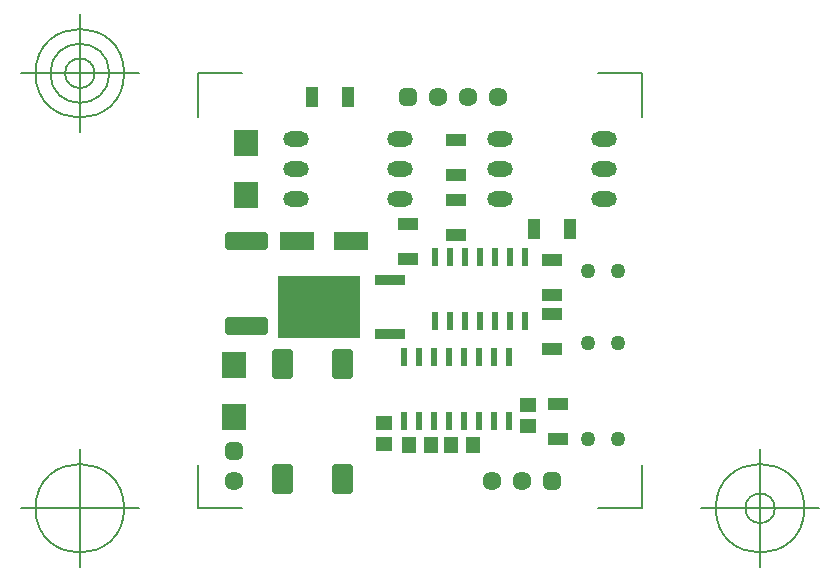
<source format=gbr>
G04 Generated by Ultiboard 13.0 *
%FSLAX34Y34*%
%MOMM*%

%ADD10C,0.0001*%
%ADD11C,0.1270*%
%ADD12R,0.6000X1.5500*%
%ADD13R,1.1852X1.9472*%
%ADD14C,0.5928*%
%ADD15R,1.1500X1.4500*%
%ADD16R,1.4500X1.1500*%
%ADD17R,0.6000X1.6000*%
%ADD18R,2.5500X0.9000*%
%ADD19R,7.0000X5.3000*%
%ADD20R,1.8000X1.0500*%
%ADD21R,3.0000X1.6000*%
%ADD22R,0.5291X0.5291*%
%ADD23C,0.9949*%
%ADD24C,1.6088*%
%ADD25C,1.2700*%
%ADD26R,1.0500X1.8000*%
%ADD27O,2.2000X1.3000*%
%ADD28R,3.0053X0.9101*%
%ADD29R,2.1500X2.2500*%


G04 ColorRGB FF00CC for the following layer *
%LNSolder Mask Top*%
%LPD*%
G54D10*
G54D11*
X30463Y607052D02*
X30463Y643885D01*
X30463Y607052D02*
X68058Y607052D01*
X406408Y607052D02*
X368813Y607052D01*
X406408Y607052D02*
X406408Y643885D01*
X406408Y975377D02*
X406408Y938545D01*
X406408Y975377D02*
X368813Y975377D01*
X30463Y975377D02*
X68058Y975377D01*
X30463Y975377D02*
X30463Y938545D01*
X-19537Y607052D02*
X-119537Y607052D01*
X-69537Y557052D02*
X-69537Y657052D01*
X-107037Y607052D02*
G75*
D01*
G02X-107037Y607052I37500J0*
G01*
X456408Y607052D02*
X556408Y607052D01*
X506408Y557052D02*
X506408Y657052D01*
X468908Y607052D02*
G75*
D01*
G02X468908Y607052I37500J0*
G01*
X493908Y607052D02*
G75*
D01*
G02X493908Y607052I12500J0*
G01*
X-19537Y975377D02*
X-119537Y975377D01*
X-69537Y925377D02*
X-69537Y1025377D01*
X-107037Y975377D02*
G75*
D01*
G02X-107037Y975377I37500J0*
G01*
X-94537Y975377D02*
G75*
D01*
G02X-94537Y975377I25000J0*
G01*
X-82037Y975377D02*
G75*
D01*
G02X-82037Y975377I12500J0*
G01*
G54D12*
X204898Y680763D03*
X217598Y680763D03*
X230298Y680763D03*
X242998Y680763D03*
X255698Y680763D03*
X268398Y680763D03*
X281098Y680763D03*
X293798Y680763D03*
X204898Y734763D03*
X217598Y734763D03*
X242998Y734763D03*
X230298Y734763D03*
X255698Y734763D03*
X281098Y734763D03*
X268398Y734763D03*
X293798Y734763D03*
G54D13*
X101600Y632037D03*
X152400Y632037D03*
X101600Y729403D03*
X152400Y729403D03*
G54D14*
X95674Y622301D02*
X107526Y622301D01*
X107526Y641773D01*
X95674Y641773D01*
X95674Y622301D01*D02*
X146474Y622301D02*
X158326Y622301D01*
X158326Y641773D01*
X146474Y641773D01*
X146474Y622301D01*D02*
X95674Y719667D02*
X107526Y719667D01*
X107526Y739139D01*
X95674Y739139D01*
X95674Y719667D01*D02*
X146474Y719667D02*
X158326Y719667D01*
X158326Y739139D01*
X146474Y739139D01*
X146474Y719667D01*D02*
X56094Y757027D02*
X86146Y757027D01*
X86146Y766127D01*
X56094Y766127D01*
X56094Y757027D01*D02*
X56094Y828993D02*
X86146Y828993D01*
X86146Y838093D01*
X56094Y838093D01*
X56094Y828993D01*D02*
G54D15*
X209440Y660400D03*
X227440Y660400D03*
X245000Y660400D03*
X263000Y660400D03*
G54D16*
X187960Y661560D03*
X187960Y679560D03*
X309880Y676800D03*
X309880Y694800D03*
G54D17*
X231140Y765480D03*
X243840Y765480D03*
X256540Y765480D03*
X269240Y765480D03*
X281940Y765480D03*
X294640Y765480D03*
X307340Y765480D03*
X231140Y819480D03*
X243840Y819480D03*
X256540Y819480D03*
X269240Y819480D03*
X281940Y819480D03*
X294640Y819480D03*
X307340Y819480D03*
G54D18*
X193400Y754240D03*
X193400Y800240D03*
G54D19*
X133400Y777240D03*
G54D20*
X208280Y818120D03*
X208280Y848120D03*
X335280Y665720D03*
X335280Y695720D03*
X330200Y741920D03*
X330200Y771920D03*
X330200Y787640D03*
X330200Y817640D03*
X248920Y838440D03*
X248920Y868440D03*
X248920Y889240D03*
X248920Y919240D03*
G54D21*
X114660Y833120D03*
X159660Y833120D03*
G54D22*
X330200Y629920D03*
X208280Y955040D03*
X60960Y655320D03*
G54D23*
X327555Y627275D02*
X332845Y627275D01*
X332845Y632565D01*
X327555Y632565D01*
X327555Y627275D01*D02*
X205635Y952395D02*
X210925Y952395D01*
X210925Y957685D01*
X205635Y957685D01*
X205635Y952395D01*D02*
X58315Y652675D02*
X63605Y652675D01*
X63605Y657965D01*
X58315Y657965D01*
X58315Y652675D01*D02*
G54D24*
X304800Y629920D03*
X279400Y629920D03*
X259080Y955040D03*
X233680Y955040D03*
X284480Y955040D03*
X60960Y629920D03*
G54D25*
X360680Y746760D03*
X386080Y746760D03*
X360680Y807720D03*
X386080Y807720D03*
X360680Y665480D03*
X386080Y665480D03*
G54D26*
X315200Y843280D03*
X345200Y843280D03*
X127240Y955040D03*
X157240Y955040D03*
G54D27*
X113480Y868680D03*
X201480Y868680D03*
X113480Y894080D03*
X201480Y894080D03*
X113480Y919480D03*
X201480Y919480D03*
X286200Y868680D03*
X374200Y868680D03*
X286200Y894080D03*
X374200Y894080D03*
X286200Y919480D03*
X374200Y919480D03*
G54D28*
X71120Y761577D03*
X71120Y833543D03*
G54D29*
X60960Y684450D03*
X60960Y728450D03*
X71120Y872080D03*
X71120Y916080D03*

M02*

</source>
